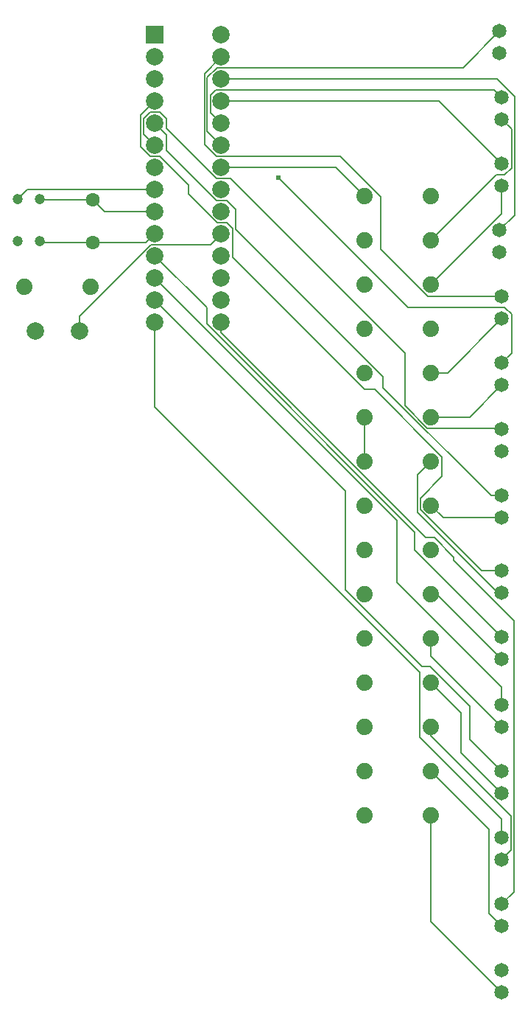
<source format=gbl>
G04 ---------------------------- Layer name :BOTTOM LAYER*
G04 EasyEDA v5.8.20, Fri, 26 Oct 2018 20:07:39 GMT*
G04 Gerber Generator version 0.2*
G04 Scale: 100 percent, Rotated: No, Reflected: No *
G04 Dimensions in inches *
G04 leading zeros omitted , absolute positions ,2 integer and 4 decimal *
%FSLAX24Y24*%
%MOIN*%
G90*
G70D02*

%ADD11C,0.006000*%
%ADD12C,0.024000*%
%ADD13C,0.065000*%
%ADD14C,0.074000*%
%ADD15C,0.078740*%
%ADD16R,0.078740X0.078740*%
%ADD17C,0.047000*%
%ADD18C,0.062992*%

%LPD*%
G54D11*
G01X24400Y32561D02*
G01X21069Y32561D01*
G01X18935Y34696D01*
G01X18935Y37057D01*
G01X17093Y38900D01*
G01X11497Y38900D01*
G01X10942Y39455D01*
G01X10942Y42642D01*
G01X11700Y43400D01*
G01X24400Y31561D02*
G01X21938Y29100D01*
G01X21200Y29100D01*
G01X24400Y20161D02*
G01X23473Y20161D01*
G01X20711Y22923D01*
G01X20711Y23440D01*
G01X21701Y24428D01*
G01X21701Y25307D01*
G01X18651Y28357D01*
G01X18194Y28357D01*
G01X12223Y34329D01*
G01X12223Y35644D01*
G01X11968Y35900D01*
G01X11507Y35900D01*
G01X10214Y37192D01*
G01X10214Y37617D01*
G01X8932Y38900D01*
G01X8502Y38900D01*
G01X8057Y39344D01*
G01X8057Y40757D01*
G01X8700Y41400D01*
G01X24400Y19161D02*
G01X24227Y19161D01*
G01X20590Y22800D01*
G01X20590Y24490D01*
G01X21200Y25100D01*
G01X24400Y23561D02*
G01X23909Y23561D01*
G01X19035Y28436D01*
G01X19035Y28946D01*
G01X12360Y35621D01*
G01X12360Y36496D01*
G01X11956Y36900D01*
G01X11497Y36900D01*
G01X9214Y39182D01*
G01X9214Y39884D01*
G01X8700Y40400D01*
G01X21200Y23100D02*
G01X21738Y22561D01*
G01X24400Y22561D01*
G01X8700Y34400D02*
G01X11036Y32063D01*
G01X11036Y31328D01*
G01X20464Y21902D01*
G01X20464Y21098D01*
G01X24400Y17161D01*
G01X21200Y19100D02*
G01X21461Y19100D01*
G01X24400Y16161D01*
G01X8700Y33400D02*
G01X19656Y22442D01*
G01X19656Y19655D01*
G01X24400Y14913D01*
G01X24400Y14100D01*
G01X21200Y17100D02*
G01X21200Y16300D01*
G01X24400Y13100D01*
G01X8700Y32400D02*
G01X17313Y23786D01*
G01X17313Y19311D01*
G01X20781Y15842D01*
G01X21143Y15842D01*
G01X22952Y14032D01*
G01X22952Y12546D01*
G01X24400Y11100D01*
G01X21200Y15100D02*
G01X22563Y13736D01*
G01X22563Y11936D01*
G01X24400Y10100D01*
G01X24300Y35561D02*
G01X24977Y36238D01*
G01X24977Y41619D01*
G01X24197Y42400D01*
G01X11700Y42400D01*
G01X14293Y37934D02*
G01X20167Y32061D01*
G01X24535Y32061D01*
G01X24836Y31761D01*
G01X24836Y29998D01*
G01X24400Y29561D01*
G01X21200Y27100D02*
G01X22938Y27100D01*
G01X24400Y28561D01*
G01X8700Y31400D02*
G01X8700Y27563D01*
G01X20689Y15573D01*
G01X20689Y12651D01*
G01X24400Y8940D01*
G01X24400Y8100D01*
G01X21200Y13100D02*
G01X21200Y12711D01*
G01X24826Y9084D01*
G01X24826Y7526D01*
G01X24400Y7100D01*
G01X24400Y5100D02*
G01X24947Y5648D01*
G01X24947Y17901D01*
G01X22219Y20628D01*
G01X22219Y20782D01*
G01X21336Y21665D01*
G01X20961Y21665D01*
G01X11700Y30928D01*
G01X11700Y31400D01*
G01X21200Y11100D02*
G01X23815Y8484D01*
G01X23815Y4684D01*
G01X24400Y4100D01*
G01X21200Y9100D02*
G01X21200Y4300D01*
G01X24400Y1100D01*
G01X24300Y44561D02*
G01X22638Y42900D01*
G01X11506Y42900D01*
G01X11063Y42457D01*
G01X11063Y40036D01*
G01X11700Y39400D01*
G01X11700Y40400D02*
G01X11214Y40884D01*
G01X11214Y41657D01*
G01X11456Y41900D01*
G01X24061Y41900D01*
G01X24400Y41561D01*
G01X21200Y35100D02*
G01X24161Y38061D01*
G01X24535Y38061D01*
G01X24836Y38363D01*
G01X24836Y40125D01*
G01X24400Y40561D01*
G01X11700Y41400D02*
G01X21561Y41400D01*
G01X24400Y38561D01*
G01X21200Y33100D02*
G01X24400Y36300D01*
G01X24400Y37561D01*
G01X8700Y39400D02*
G01X8178Y39921D01*
G01X8178Y40602D01*
G01X8477Y40900D01*
G01X8910Y40900D01*
G01X9214Y40596D01*
G01X9214Y40184D01*
G01X11500Y37900D01*
G01X12117Y37900D01*
G01X20014Y30003D01*
G01X20014Y27628D01*
G01X21027Y26615D01*
G01X24347Y26615D01*
G01X24400Y26561D01*
G01X18200Y37100D02*
G01X16900Y38400D01*
G01X11700Y38400D01*
G01X18200Y27100D02*
G01X18200Y25100D01*
G01X2490Y36969D02*
G01X2919Y37400D01*
G01X8700Y37400D01*
G01X11700Y35400D02*
G01X11210Y34909D01*
G01X8523Y34909D01*
G01X5300Y31686D01*
G01X5300Y31000D01*
G01X5900Y35000D02*
G01X8300Y35000D01*
G01X8700Y35400D01*
G01X3489Y35069D02*
G01X3560Y35000D01*
G01X5900Y35000D01*
G01X5900Y36929D02*
G01X6428Y36400D01*
G01X8700Y36400D01*
G01X5900Y36929D02*
G01X3531Y36929D01*
G01X3489Y36969D01*
G54D13*
G01X24400Y32561D03*
G01X24400Y31561D03*
G01X24400Y20161D03*
G01X24400Y19161D03*
G01X24400Y23561D03*
G01X24400Y22561D03*
G01X24400Y17161D03*
G01X24400Y16161D03*
G01X24400Y14100D03*
G01X24400Y13100D03*
G01X24400Y11100D03*
G01X24400Y10100D03*
G01X24300Y35561D03*
G01X24300Y34561D03*
G01X24400Y29561D03*
G01X24400Y28561D03*
G01X24400Y8100D03*
G01X24400Y7100D03*
G01X24400Y5100D03*
G01X24400Y4100D03*
G01X24400Y2100D03*
G01X24400Y1100D03*
G01X24300Y44561D03*
G01X24300Y43561D03*
G01X24400Y41561D03*
G01X24400Y40561D03*
G01X24400Y38561D03*
G01X24400Y37561D03*
G01X24400Y26561D03*
G01X24400Y25561D03*
G54D14*
G01X21200Y9100D03*
G01X18200Y9100D03*
G01X21200Y11100D03*
G01X18200Y11100D03*
G01X21200Y13100D03*
G01X18200Y13100D03*
G01X21200Y15100D03*
G01X18200Y15100D03*
G01X21200Y17100D03*
G01X18200Y17100D03*
G01X21200Y19100D03*
G01X18200Y19100D03*
G01X21200Y21100D03*
G01X18200Y21100D03*
G01X21200Y23100D03*
G01X18200Y23100D03*
G01X21200Y25100D03*
G01X18200Y25100D03*
G01X21200Y27100D03*
G01X18200Y27100D03*
G01X21200Y29100D03*
G01X18200Y29100D03*
G01X21200Y31100D03*
G01X18200Y31100D03*
G01X21200Y33100D03*
G01X18200Y33100D03*
G01X21200Y35100D03*
G01X18200Y35100D03*
G01X21200Y37100D03*
G01X18200Y37100D03*
G54D15*
G01X11700Y31400D03*
G01X11700Y32400D03*
G01X11700Y33400D03*
G01X11700Y34400D03*
G01X11700Y35400D03*
G01X11700Y36400D03*
G01X11700Y37400D03*
G01X11700Y38400D03*
G01X11700Y39400D03*
G01X11700Y40400D03*
G01X11700Y41400D03*
G01X11700Y42400D03*
G01X11700Y43400D03*
G01X11700Y44400D03*
G01X8700Y31400D03*
G01X8700Y32400D03*
G01X8700Y33400D03*
G01X8700Y34400D03*
G01X8700Y35400D03*
G01X8700Y36400D03*
G01X8700Y37400D03*
G01X8700Y38400D03*
G01X8700Y39400D03*
G01X8700Y40400D03*
G01X8700Y41400D03*
G01X8700Y42400D03*
G01X8700Y43400D03*
G54D16*
G01X8700Y44400D03*
G54D15*
G01X3300Y31000D03*
G01X5300Y31000D03*
G54D14*
G01X2800Y33000D03*
G01X5800Y33000D03*
G54D17*
G01X2490Y36969D03*
G01X3489Y36969D03*
G01X2490Y35069D03*
G01X3489Y35069D03*
G54D18*
G01X5900Y34999D03*
G01X5900Y36929D03*
G54D12*
G01X14293Y37934D03*
M00*
M02*

</source>
